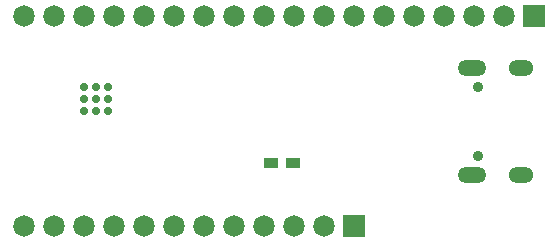
<source format=gbs>
G04*
G04 #@! TF.GenerationSoftware,Altium Limited,Altium Designer,21.8.1 (53)*
G04*
G04 Layer_Color=16711935*
%FSLAX25Y25*%
%MOIN*%
G70*
G04*
G04 #@! TF.SameCoordinates,17BD96DF-920B-4E40-B81F-192E6F3E527F*
G04*
G04*
G04 #@! TF.FilePolarity,Negative*
G04*
G01*
G75*
%ADD39R,0.04500X0.03650*%
%ADD53O,0.09555X0.05224*%
%ADD54O,0.08374X0.05224*%
%ADD55C,0.03453*%
%ADD56R,0.07193X0.07193*%
%ADD57C,0.07193*%
%ADD58C,0.02902*%
D39*
X542850Y175600D02*
D03*
X550150D02*
D03*
D53*
X609906Y171783D02*
D03*
X609906Y207216D02*
D03*
D54*
X626245Y207217D02*
D03*
X626245Y171784D02*
D03*
D55*
X611875Y200879D02*
D03*
Y178122D02*
D03*
D56*
X630587Y224500D02*
D03*
X570587Y154500D02*
D03*
D57*
X620587Y224500D02*
D03*
X610587D02*
D03*
X600587D02*
D03*
X590587D02*
D03*
X580587D02*
D03*
X570587D02*
D03*
X560587D02*
D03*
X550587D02*
D03*
X540587D02*
D03*
X530587D02*
D03*
X520587D02*
D03*
X510587D02*
D03*
X500587D02*
D03*
X490587D02*
D03*
X480587D02*
D03*
X470587D02*
D03*
X460587D02*
D03*
Y154500D02*
D03*
X470587D02*
D03*
X480587D02*
D03*
X490587D02*
D03*
X500587D02*
D03*
X510587D02*
D03*
X560587D02*
D03*
X550587D02*
D03*
X540587D02*
D03*
X530587D02*
D03*
X520587D02*
D03*
D58*
X484627Y193084D02*
D03*
Y200959D02*
D03*
X480691D02*
D03*
X488565D02*
D03*
X488564Y197022D02*
D03*
X480690Y193084D02*
D03*
X488564D02*
D03*
X480690Y197022D02*
D03*
X484627D02*
D03*
M02*

</source>
